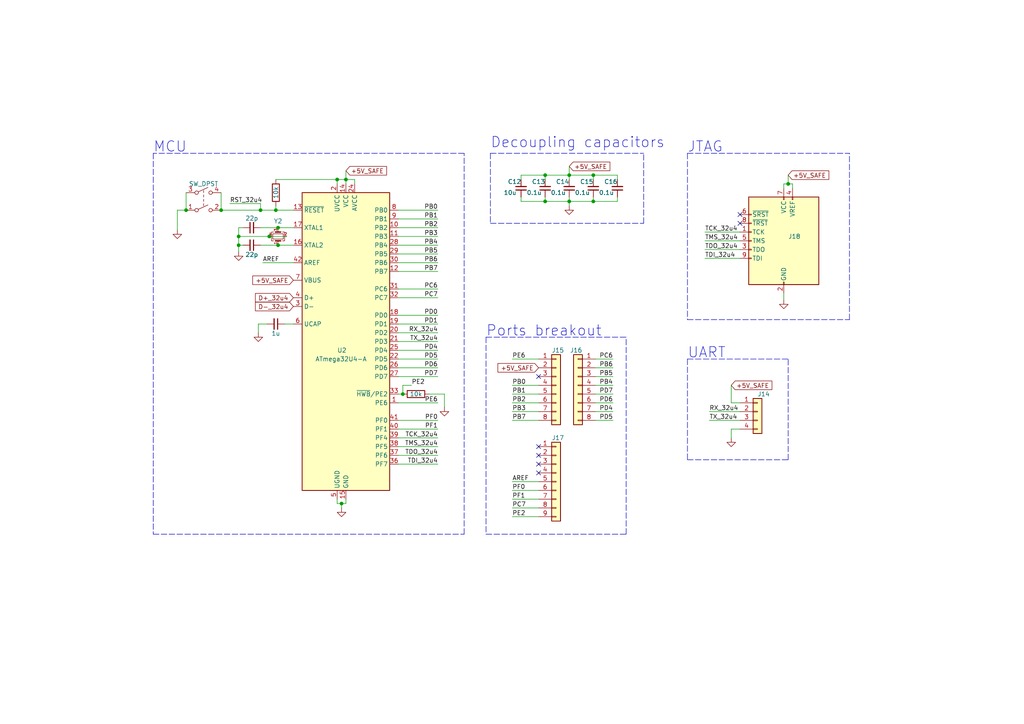
<source format=kicad_sch>
(kicad_sch (version 20211123) (generator eeschema)
  (paper "A4")
  (title_block (title "AVR breakout") (rev "0") (company "Stefano Nicolis"))
  (lib_symbols
    (symbol "Connector:AVR-JTAG-10" (pin_names (offset 1.016))
      (property "Reference" "J" (at -8.89 13.97 0))
      (property "Value" "AVR-JTAG-10" (at 1.27 13.97 0))
      (symbol "AVR-JTAG-10_0_1"
        (rectangle (start -2.667 12.7) (end -2.413 11.938))
        (rectangle (start -0.127 -11.938) (end 0.127 -12.7))
        (rectangle (start -0.127 12.7) (end 0.127 11.938))
        (rectangle (start 10.16 -4.953) (end 9.398 -5.207))
        (rectangle (start 10.16 -2.413) (end 9.398 -2.667))
        (rectangle (start 10.16 0.127) (end 9.398 -0.127))
        (rectangle (start 10.16 2.667) (end 9.398 2.413))
        (rectangle (start 10.16 5.207) (end 9.398 4.953))
        (rectangle (start 10.16 7.747) (end 9.398 7.493))
        (rectangle (start 10.16 12.7) (end -10.16 -12.7) (stroke (width 0.254)) (fill (type background)))
      )
      (symbol "AVR-JTAG-10_1_1"
        (pin passive line (at 12.7 2.54 180) (length 2.54) (name "TCK") (number "1"))
        (pin passive line (at 0 -15.24 90) (length 2.54) hide (name "GND") (number "10"))
        (pin passive line (at 0 -15.24 90) (length 2.54) (name "GND") (number "2"))
        (pin passive line (at 12.7 -2.54 180) (length 2.54) (name "TDO") (number "3"))
        (pin passive line (at -2.54 15.24 270) (length 2.54) (name "VREF") (number "4"))
        (pin passive line (at 12.7 0 180) (length 2.54) (name "TMS") (number "5"))
        (pin passive line (at 12.7 7.62 180) (length 2.54) (name "~{SRST}") (number "6"))
        (pin passive line (at 0 15.24 270) (length 2.54) (name "VCC") (number "7"))
        (pin passive line (at 12.7 5.08 180) (length 2.54) (name "~{TRST}") (number "8"))
        (pin passive line (at 12.7 -5.08 180) (length 2.54) (name "TDI") (number "9"))
      )
    )
    (symbol "Connector_Generic:Conn_01x04" (pin_names (offset 1.016) hide)
      (property "Reference" "J" (at 0 5.08 0))
      (property "Value" "Conn_01x04" (at 0 -7.62 0))
      (symbol "Conn_01x04_1_1"
        (rectangle (start -1.27 -4.953) (end 0 -5.207) (stroke (width 0.1524)))
        (rectangle (start -1.27 -2.413) (end 0 -2.667) (stroke (width 0.1524)))
        (rectangle (start -1.27 0.127) (end 0 -0.127) (stroke (width 0.1524)))
        (rectangle (start -1.27 2.667) (end 0 2.413) (stroke (width 0.1524)))
        (rectangle (start -1.27 3.81) (end 1.27 -6.35) (stroke (width 0.254)) (fill (type background)))
        (pin passive line (at -5.08 2.54 0) (length 3.81) (name "Pin_1") (number "1"))
        (pin passive line (at -5.08 0 0) (length 3.81) (name "Pin_2") (number "2"))
        (pin passive line (at -5.08 -2.54 0) (length 3.81) (name "Pin_3") (number "3"))
        (pin passive line (at -5.08 -5.08 0) (length 3.81) (name "Pin_4") (number "4"))
      )
    )
    (symbol "Connector_Generic:Conn_01x08" (pin_names (offset 1.016) hide)
      (property "Reference" "J" (at 0 10.16 0))
      (property "Value" "Conn_01x08" (at 0 -12.7 0))
      (symbol "Conn_01x08_1_1"
        (rectangle (start -1.27 -10.033) (end 0 -10.287) (stroke (width 0.1524)))
        (rectangle (start -1.27 -7.493) (end 0 -7.747) (stroke (width 0.1524)))
        (rectangle (start -1.27 -4.953) (end 0 -5.207) (stroke (width 0.1524)))
        (rectangle (start -1.27 -2.413) (end 0 -2.667) (stroke (width 0.1524)))
        (rectangle (start -1.27 0.127) (end 0 -0.127) (stroke (width 0.1524)))
        (rectangle (start -1.27 2.667) (end 0 2.413) (stroke (width 0.1524)))
        (rectangle (start -1.27 5.207) (end 0 4.953) (stroke (width 0.1524)))
        (rectangle (start -1.27 7.747) (end 0 7.493) (stroke (width 0.1524)))
        (rectangle (start -1.27 8.89) (end 1.27 -11.43) (stroke (width 0.254)) (fill (type background)))
        (pin passive line (at -5.08 7.62 0) (length 3.81) (name "Pin_1") (number "1"))
        (pin passive line (at -5.08 5.08 0) (length 3.81) (name "Pin_2") (number "2"))
        (pin passive line (at -5.08 2.54 0) (length 3.81) (name "Pin_3") (number "3"))
        (pin passive line (at -5.08 0 0) (length 3.81) (name "Pin_4") (number "4"))
        (pin passive line (at -5.08 -2.54 0) (length 3.81) (name "Pin_5") (number "5"))
        (pin passive line (at -5.08 -5.08 0) (length 3.81) (name "Pin_6") (number "6"))
        (pin passive line (at -5.08 -7.62 0) (length 3.81) (name "Pin_7") (number "7"))
        (pin passive line (at -5.08 -10.16 0) (length 3.81) (name "Pin_8") (number "8"))
      )
    )
    (symbol "Connector_Generic:Conn_01x09" (pin_names (offset 1.016) hide)
      (property "Reference" "J" (at 0 12.7 0))
      (property "Value" "Conn_01x09" (at 0 -12.7 0))
      (symbol "Conn_01x09_1_1"
        (rectangle (start -1.27 -10.033) (end 0 -10.287) (stroke (width 0.1524)))
        (rectangle (start -1.27 -7.493) (end 0 -7.747) (stroke (width 0.1524)))
        (rectangle (start -1.27 -4.953) (end 0 -5.207) (stroke (width 0.1524)))
        (rectangle (start -1.27 -2.413) (end 0 -2.667) (stroke (width 0.1524)))
        (rectangle (start -1.27 0.127) (end 0 -0.127) (stroke (width 0.1524)))
        (rectangle (start -1.27 2.667) (end 0 2.413) (stroke (width 0.1524)))
        (rectangle (start -1.27 5.207) (end 0 4.953) (stroke (width 0.1524)))
        (rectangle (start -1.27 7.747) (end 0 7.493) (stroke (width 0.1524)))
        (rectangle (start -1.27 10.287) (end 0 10.033) (stroke (width 0.1524)))
        (rectangle (start -1.27 11.43) (end 1.27 -11.43) (stroke (width 0.254)) (fill (type background)))
        (pin passive line (at -5.08 10.16 0) (length 3.81) (name "Pin_1") (number "1"))
        (pin passive line (at -5.08 7.62 0) (length 3.81) (name "Pin_2") (number "2"))
        (pin passive line (at -5.08 5.08 0) (length 3.81) (name "Pin_3") (number "3"))
        (pin passive line (at -5.08 2.54 0) (length 3.81) (name "Pin_4") (number "4"))
        (pin passive line (at -5.08 0 0) (length 3.81) (name "Pin_5") (number "5"))
        (pin passive line (at -5.08 -2.54 0) (length 3.81) (name "Pin_6") (number "6"))
        (pin passive line (at -5.08 -5.08 0) (length 3.81) (name "Pin_7") (number "7"))
        (pin passive line (at -5.08 -7.62 0) (length 3.81) (name "Pin_8") (number "8"))
        (pin passive line (at -5.08 -10.16 0) (length 3.81) (name "Pin_9") (number "9"))
      )
    )
    (symbol "Device:C_Small" (pin_numbers hide) (pin_names (offset 0.254) hide)
      (property "Reference" "C" (at 0.254 1.778 0))
      (property "Value" "C_Small" (at 0.254 -2.032 0))
      (symbol "C_Small_0_1"
        (polyline (pts (xy -1.524 -0.508) (xy 1.524 -0.508)) (stroke (width 0.3302)))
        (polyline (pts (xy -1.524 0.508) (xy 1.524 0.508)) (stroke (width 0.3048)))
      )
      (symbol "C_Small_1_1"
        (pin passive line (at 0 2.54 270) (length 2.032) (name "~") (number "1"))
        (pin passive line (at 0 -2.54 90) (length 2.032) (name "~") (number "2"))
      )
    )
    (symbol "Device:Crystal_GND24_Small" (pin_names (offset 1.016) hide)
      (property "Reference" "Y" (at 1.27 4.445 0))
      (property "Value" "Crystal_GND24_Small" (at 1.27 2.54 0))
      (symbol "Crystal_GND24_Small_0_1"
        (rectangle (start -0.762 -1.524) (end 0.762 1.524))
        (polyline (pts (xy -1.27 -0.762) (xy -1.27 0.762)) (stroke (width 0.381)))
        (polyline (pts (xy 1.27 -0.762) (xy 1.27 0.762)) (stroke (width 0.381)))
        (polyline (pts (xy -1.27 -1.27) (xy -1.27 -1.905) (xy 1.27 -1.905) (xy 1.27 -1.27)))
        (polyline (pts (xy -1.27 1.27) (xy -1.27 1.905) (xy 1.27 1.905) (xy 1.27 1.27)))
      )
      (symbol "Crystal_GND24_Small_1_1"
        (pin passive line (at -2.54 0 0) (length 1.27) (name "1") (number "1"))
        (pin passive line (at 0 -2.54 90) (length 0.635) (name "2") (number "2"))
        (pin passive line (at 2.54 0 180) (length 1.27) (name "3") (number "3"))
        (pin passive line (at 0 2.54 270) (length 0.635) (name "4") (number "4"))
      )
    )
    (symbol "Device:R" (pin_numbers hide) (pin_names (offset 0))
      (property "Reference" "R" (at 2.032 0 90))
      (property "Value" "R" (at 0 0 90))
      (symbol "R_0_1"
        (rectangle (start -1.016 -2.54) (end 1.016 2.54) (stroke (width 0.254)))
      )
      (symbol "R_1_1"
        (pin passive line (at 0 3.81 270) (length 1.27) (name "~") (number "1"))
        (pin passive line (at 0 -3.81 90) (length 1.27) (name "~") (number "2"))
      )
    )
    (symbol "MCU_Microchip_ATmega:ATmega32U4-A"
      (property "Reference" "U" (at -12.7 44.45 0))
      (property "Value" "ATmega32U4-A" (at 2.54 -44.45 0))
      (symbol "ATmega32U4-A_0_1"
        (rectangle (start -12.7 -43.18) (end 12.7 43.18) (stroke (width 0.254)) (fill (type background)))
      )
      (symbol "ATmega32U4-A_1_1"
        (pin bidirectional line (at 15.24 -17.78 180) (length 2.54) (name "PE6") (number "1"))
        (pin bidirectional line (at 15.24 33.02 180) (length 2.54) (name "PB2") (number "10"))
        (pin bidirectional line (at 15.24 30.48 180) (length 2.54) (name "PB3") (number "11"))
        (pin bidirectional line (at 15.24 20.32 180) (length 2.54) (name "PB7") (number "12"))
        (pin input line (at -15.24 38.1 0) (length 2.54) (name "~{RESET}") (number "13"))
        (pin power_in line (at 0 45.72 270) (length 2.54) (name "VCC") (number "14"))
        (pin power_in line (at 0 -45.72 90) (length 2.54) (name "GND") (number "15"))
        (pin output line (at -15.24 27.94 0) (length 2.54) (name "XTAL2") (number "16"))
        (pin input line (at -15.24 33.02 0) (length 2.54) (name "XTAL1") (number "17"))
        (pin bidirectional line (at 15.24 7.62 180) (length 2.54) (name "PD0") (number "18"))
        (pin bidirectional line (at 15.24 5.08 180) (length 2.54) (name "PD1") (number "19"))
        (pin power_in line (at -2.54 45.72 270) (length 2.54) (name "UVCC") (number "2"))
        (pin bidirectional line (at 15.24 2.54 180) (length 2.54) (name "PD2") (number "20"))
        (pin bidirectional line (at 15.24 0 180) (length 2.54) (name "PD3") (number "21"))
        (pin bidirectional line (at 15.24 -5.08 180) (length 2.54) (name "PD5") (number "22"))
        (pin passive line (at 0 -45.72 90) (length 2.54) hide (name "GND") (number "23"))
        (pin power_in line (at 2.54 45.72 270) (length 2.54) (name "AVCC") (number "24"))
        (pin bidirectional line (at 15.24 -2.54 180) (length 2.54) (name "PD4") (number "25"))
        (pin bidirectional line (at 15.24 -7.62 180) (length 2.54) (name "PD6") (number "26"))
        (pin bidirectional line (at 15.24 -10.16 180) (length 2.54) (name "PD7") (number "27"))
        (pin bidirectional line (at 15.24 27.94 180) (length 2.54) (name "PB4") (number "28"))
        (pin bidirectional line (at 15.24 25.4 180) (length 2.54) (name "PB5") (number "29"))
        (pin bidirectional line (at -15.24 10.16 0) (length 2.54) (name "D-") (number "3"))
        (pin bidirectional line (at 15.24 22.86 180) (length 2.54) (name "PB6") (number "30"))
        (pin bidirectional line (at 15.24 15.24 180) (length 2.54) (name "PC6") (number "31"))
        (pin bidirectional line (at 15.24 12.7 180) (length 2.54) (name "PC7") (number "32"))
        (pin bidirectional line (at 15.24 -15.24 180) (length 2.54) (name "~{HWB}/PE2") (number "33"))
        (pin passive line (at 0 45.72 270) (length 2.54) hide (name "VCC") (number "34"))
        (pin passive line (at 0 -45.72 90) (length 2.54) hide (name "GND") (number "35"))
        (pin bidirectional line (at 15.24 -35.56 180) (length 2.54) (name "PF7") (number "36"))
        (pin bidirectional line (at 15.24 -33.02 180) (length 2.54) (name "PF6") (number "37"))
        (pin bidirectional line (at 15.24 -30.48 180) (length 2.54) (name "PF5") (number "38"))
        (pin bidirectional line (at 15.24 -27.94 180) (length 2.54) (name "PF4") (number "39"))
        (pin bidirectional line (at -15.24 12.7 0) (length 2.54) (name "D+") (number "4"))
        (pin bidirectional line (at 15.24 -25.4 180) (length 2.54) (name "PF1") (number "40"))
        (pin bidirectional line (at 15.24 -22.86 180) (length 2.54) (name "PF0") (number "41"))
        (pin passive line (at -15.24 22.86 0) (length 2.54) (name "AREF") (number "42"))
        (pin passive line (at 0 -45.72 90) (length 2.54) hide (name "GND") (number "43"))
        (pin passive line (at 2.54 45.72 270) (length 2.54) hide (name "AVCC") (number "44"))
        (pin passive line (at -2.54 -45.72 90) (length 2.54) (name "UGND") (number "5"))
        (pin passive line (at -15.24 5.08 0) (length 2.54) (name "UCAP") (number "6"))
        (pin input line (at -15.24 17.78 0) (length 2.54) (name "VBUS") (number "7"))
        (pin bidirectional line (at 15.24 38.1 180) (length 2.54) (name "PB0") (number "8"))
        (pin bidirectional line (at 15.24 35.56 180) (length 2.54) (name "PB1") (number "9"))
      )
    )
    (symbol "Switch:SW_DPST" (pin_names (offset 0) hide)
      (property "Reference" "SW" (at 0 5.08 0))
      (property "Value" "SW_DPST" (at 0 -5.08 0))
      (symbol "SW_DPST_0_0"
        (circle (center -2.032 -2.54) (radius 0.508))
        (circle (center -2.032 2.54) (radius 0.508))
        (polyline (pts (xy -1.524 -2.286) (xy 1.27 -1.016)))
        (polyline (pts (xy -1.524 2.794) (xy 1.27 4.064)))
        (polyline (pts (xy 0 -1.27) (xy 0 -0.635)))
        (polyline (pts (xy 0 0) (xy 0 0.635)))
        (polyline (pts (xy 0 1.27) (xy 0 1.905)))
        (polyline (pts (xy 0 2.54) (xy 0 3.175)))
        (circle (center 2.032 -2.54) (radius 0.508))
        (circle (center 2.032 2.54) (radius 0.508))
      )
      (symbol "SW_DPST_1_1"
        (pin passive line (at -5.08 -2.54 0) (length 2.54) (name "1") (number "1"))
        (pin passive line (at 5.08 -2.54 180) (length 2.54) (name "2") (number "2"))
        (pin passive line (at -5.08 2.54 0) (length 2.54) (name "3") (number "3"))
        (pin passive line (at 5.08 2.54 180) (length 2.54) (name "4") (number "4"))
      )
    )
    (symbol "power:GND" (power) (pin_names (offset 0))
      (property "Value" "GND" (at 0 -3.81 0))
      (symbol "GND_0_1"
        (polyline (pts (xy 0 0) (xy 0 -1.27) (xy 1.27 -1.27) (xy 0 -2.54) (xy -1.27 -1.27) (xy 0 -1.27)))
      )
      (symbol "GND_1_1"
        (pin power_in line (at 0 0 270) (length 0) hide (name "GND") (number "1"))
      )
    )
  )
  (junction (at 69.215 71.12))
  (junction (at 158.115 58.42))
  (junction (at 80.645 71.12))
  (junction (at 75.565 60.96))
  (junction (at 80.645 66.04))
  (junction (at 69.215 68.58))
  (junction (at 100.33 52.07))
  (junction (at 172.085 58.42))
  (junction (at 64.135 60.96))
  (junction (at 116.84 114.3))
  (junction (at 53.975 60.96))
  (junction (at 80.01 60.96))
  (junction (at 97.79 52.07))
  (junction (at 165.1 58.42))
  (junction (at 99.06 146.05))
  (junction (at 158.115 50.8))
  (junction (at 78.105 68.58))
  (junction (at 165.1 50.8))
  (junction (at 228.6 53.34))
  (junction (at 172.085 50.8))
  (no_connect (at 156.21 109.22))
  (no_connect (at 156.21 129.54))
  (no_connect (at 156.21 137.16))
  (no_connect (at 156.21 134.62))
  (no_connect (at 156.21 132.08))
  (no_connect (at 214.63 62.23))
  (no_connect (at 214.63 64.77))
  (wire (pts (xy 102.87 52.07) (xy 102.87 53.34)))
  (polyline (pts (xy 142.24 44.45) (xy 142.24 64.77)))
  (wire (pts (xy 158.115 50.8) (xy 165.1 50.8)))
  (polyline (pts (xy 199.39 133.35) (xy 228.6 133.35)))
  (wire (pts (xy 75.565 60.96) (xy 75.565 59.055)))
  (wire (pts (xy 177.8 121.92) (xy 172.72 121.92)))
  (wire (pts (xy 165.1 58.42) (xy 165.1 57.15)))
  (wire (pts (xy 148.59 147.32) (xy 156.21 147.32)))
  (polyline (pts (xy 199.39 104.14) (xy 228.6 104.14)))
  (wire (pts (xy 128.905 114.3) (xy 128.905 118.11)))
  (wire (pts (xy 115.57 66.04) (xy 127 66.04)))
  (polyline (pts (xy 140.97 154.94) (xy 181.61 154.94)))
  (wire (pts (xy 115.57 109.22) (xy 127 109.22)))
  (polyline (pts (xy 199.39 92.71) (xy 246.38 92.71)))
  (polyline (pts (xy 199.39 44.45) (xy 199.39 92.71)))
  (wire (pts (xy 156.21 119.38) (xy 148.59 119.38)))
  (polyline (pts (xy 134.62 44.45) (xy 44.45 44.45)))
  (wire (pts (xy 156.21 104.14) (xy 148.59 104.14)))
  (wire (pts (xy 227.33 54.61) (xy 227.33 53.34)))
  (polyline (pts (xy 140.97 97.79) (xy 140.97 154.94)))
  (wire (pts (xy 151.13 58.42) (xy 151.13 57.15)))
  (wire (pts (xy 228.6 53.34) (xy 229.87 53.34)))
  (wire (pts (xy 99.06 146.05) (xy 100.33 146.05)))
  (wire (pts (xy 66.675 59.055) (xy 75.565 59.055)))
  (wire (pts (xy 115.57 121.92) (xy 127 121.92)))
  (wire (pts (xy 115.57 124.46) (xy 127 124.46)))
  (wire (pts (xy 115.57 114.3) (xy 116.84 114.3)))
  (wire (pts (xy 115.57 106.68) (xy 127 106.68)))
  (wire (pts (xy 127 68.58) (xy 115.57 68.58)))
  (wire (pts (xy 212.09 111.76) (xy 212.09 116.84)))
  (wire (pts (xy 69.215 68.58) (xy 78.105 68.58)))
  (wire (pts (xy 214.63 67.31) (xy 204.47 67.31)))
  (wire (pts (xy 204.47 74.93) (xy 214.63 74.93)))
  (wire (pts (xy 151.13 52.07) (xy 151.13 50.8)))
  (wire (pts (xy 115.57 99.06) (xy 127 99.06)))
  (wire (pts (xy 227.33 85.09) (xy 227.33 86.995)))
  (wire (pts (xy 97.79 53.34) (xy 97.79 52.07)))
  (wire (pts (xy 74.93 93.98) (xy 74.93 96.52)))
  (wire (pts (xy 214.63 116.84) (xy 212.09 116.84)))
  (polyline (pts (xy 44.45 44.45) (xy 44.45 154.94)))
  (wire (pts (xy 51.435 60.96) (xy 51.435 66.675)))
  (wire (pts (xy 64.135 60.96) (xy 75.565 60.96)))
  (wire (pts (xy 148.59 144.78) (xy 156.21 144.78)))
  (wire (pts (xy 156.21 111.76) (xy 148.59 111.76)))
  (wire (pts (xy 127 76.2) (xy 115.57 76.2)))
  (wire (pts (xy 124.46 114.3) (xy 128.905 114.3)))
  (wire (pts (xy 69.215 71.12) (xy 69.215 73.025)))
  (wire (pts (xy 148.59 142.24) (xy 156.21 142.24)))
  (wire (pts (xy 172.085 50.8) (xy 179.07 50.8)))
  (wire (pts (xy 177.8 114.3) (xy 172.72 114.3)))
  (polyline (pts (xy 181.61 154.94) (xy 181.61 97.79)))
  (wire (pts (xy 80.645 71.12) (xy 85.09 71.12)))
  (wire (pts (xy 227.33 53.34) (xy 228.6 53.34)))
  (wire (pts (xy 172.72 109.22) (xy 177.8 109.22)))
  (wire (pts (xy 172.085 58.42) (xy 172.085 57.15)))
  (wire (pts (xy 165.1 58.42) (xy 165.1 59.69)))
  (wire (pts (xy 69.215 66.04) (xy 69.215 68.58)))
  (wire (pts (xy 115.57 78.74) (xy 127 78.74)))
  (wire (pts (xy 205.74 119.38) (xy 214.63 119.38)))
  (wire (pts (xy 148.59 114.3) (xy 156.21 114.3)))
  (wire (pts (xy 148.59 116.84) (xy 156.21 116.84)))
  (wire (pts (xy 115.57 86.36) (xy 127 86.36)))
  (wire (pts (xy 151.13 50.8) (xy 158.115 50.8)))
  (wire (pts (xy 115.57 83.82) (xy 127 83.82)))
  (wire (pts (xy 80.645 66.04) (xy 85.09 66.04)))
  (wire (pts (xy 116.84 114.3) (xy 116.84 111.76)))
  (polyline (pts (xy 44.45 154.94) (xy 134.62 154.94)))
  (wire (pts (xy 100.33 49.53) (xy 100.33 52.07)))
  (wire (pts (xy 179.07 58.42) (xy 172.085 58.42)))
  (wire (pts (xy 172.72 106.68) (xy 177.8 106.68)))
  (wire (pts (xy 158.115 58.42) (xy 151.13 58.42)))
  (wire (pts (xy 75.565 71.12) (xy 80.645 71.12)))
  (wire (pts (xy 204.47 72.39) (xy 214.63 72.39)))
  (polyline (pts (xy 199.39 104.14) (xy 199.39 133.35)))
  (wire (pts (xy 115.57 116.84) (xy 127 116.84)))
  (wire (pts (xy 97.79 146.05) (xy 99.06 146.05)))
  (polyline (pts (xy 186.69 64.77) (xy 186.69 44.45)))
  (wire (pts (xy 177.8 116.84) (xy 172.72 116.84)))
  (wire (pts (xy 165.1 50.8) (xy 165.1 52.07)))
  (wire (pts (xy 214.63 69.85) (xy 204.47 69.85)))
  (wire (pts (xy 115.57 132.08) (xy 127 132.08)))
  (wire (pts (xy 115.57 60.96) (xy 127 60.96)))
  (wire (pts (xy 80.01 59.69) (xy 80.01 60.96)))
  (wire (pts (xy 212.09 124.46) (xy 212.09 127)))
  (wire (pts (xy 115.57 101.6) (xy 127 101.6)))
  (polyline (pts (xy 228.6 133.35) (xy 228.6 104.14)))
  (polyline (pts (xy 140.97 97.79) (xy 181.61 97.79)))
  (wire (pts (xy 80.01 60.96) (xy 85.09 60.96)))
  (wire (pts (xy 97.79 144.78) (xy 97.79 146.05)))
  (wire (pts (xy 205.74 121.92) (xy 214.63 121.92)))
  (wire (pts (xy 53.975 60.96) (xy 51.435 60.96)))
  (wire (pts (xy 115.57 127) (xy 127 127)))
  (wire (pts (xy 148.59 139.7) (xy 156.21 139.7)))
  (wire (pts (xy 76.2 76.2) (xy 85.09 76.2)))
  (wire (pts (xy 100.33 52.07) (xy 102.87 52.07)))
  (polyline (pts (xy 142.24 64.77) (xy 186.69 64.77)))
  (polyline (pts (xy 199.39 44.45) (xy 246.38 44.45)))
  (wire (pts (xy 77.47 93.98) (xy 74.93 93.98)))
  (wire (pts (xy 158.115 58.42) (xy 158.115 57.15)))
  (wire (pts (xy 115.57 96.52) (xy 127 96.52)))
  (wire (pts (xy 115.57 73.66) (xy 127 73.66)))
  (wire (pts (xy 229.87 53.34) (xy 229.87 54.61)))
  (wire (pts (xy 179.07 57.15) (xy 179.07 58.42)))
  (wire (pts (xy 115.57 129.54) (xy 127 129.54)))
  (wire (pts (xy 75.565 60.96) (xy 80.01 60.96)))
  (wire (pts (xy 214.63 124.46) (xy 212.09 124.46)))
  (wire (pts (xy 115.57 91.44) (xy 127 91.44)))
  (wire (pts (xy 115.57 71.12) (xy 127 71.12)))
  (wire (pts (xy 97.79 52.07) (xy 100.33 52.07)))
  (wire (pts (xy 100.33 52.07) (xy 100.33 53.34)))
  (wire (pts (xy 158.115 50.8) (xy 158.115 52.07)))
  (wire (pts (xy 75.565 66.04) (xy 80.645 66.04)))
  (wire (pts (xy 116.84 111.76) (xy 119.38 111.76)))
  (wire (pts (xy 172.72 104.14) (xy 177.8 104.14)))
  (wire (pts (xy 82.55 93.98) (xy 85.09 93.98)))
  (wire (pts (xy 115.57 104.14) (xy 127 104.14)))
  (polyline (pts (xy 246.38 92.71) (xy 246.38 44.45)))
  (wire (pts (xy 165.1 58.42) (xy 158.115 58.42)))
  (wire (pts (xy 228.6 50.8) (xy 228.6 53.34)))
  (wire (pts (xy 148.59 149.86) (xy 156.21 149.86)))
  (wire (pts (xy 115.57 63.5) (xy 127 63.5)))
  (wire (pts (xy 69.215 68.58) (xy 69.215 71.12)))
  (wire (pts (xy 100.33 144.78) (xy 100.33 146.05)))
  (wire (pts (xy 165.1 50.8) (xy 172.085 50.8)))
  (wire (pts (xy 64.135 55.88) (xy 64.135 60.96)))
  (polyline (pts (xy 134.62 154.94) (xy 134.62 44.45)))
  (wire (pts (xy 69.215 71.12) (xy 70.485 71.12)))
  (wire (pts (xy 99.06 146.05) (xy 99.06 147.32)))
  (wire (pts (xy 156.21 121.92) (xy 148.59 121.92)))
  (wire (pts (xy 177.8 119.38) (xy 172.72 119.38)))
  (wire (pts (xy 179.07 50.8) (xy 179.07 52.07)))
  (polyline (pts (xy 142.24 44.45) (xy 186.69 44.45)))
  (wire (pts (xy 53.975 55.88) (xy 53.975 60.96)))
  (wire (pts (xy 165.1 48.26) (xy 165.1 50.8)))
  (wire (pts (xy 80.01 52.07) (xy 97.79 52.07)))
  (wire (pts (xy 115.57 134.62) (xy 127 134.62)))
  (wire (pts (xy 115.57 93.98) (xy 127 93.98)))
  (wire (pts (xy 172.72 111.76) (xy 177.8 111.76)))
  (wire (pts (xy 78.105 68.58) (xy 83.185 68.58)))
  (wire (pts (xy 172.085 58.42) (xy 165.1 58.42)))
  (wire (pts (xy 172.085 50.8) (xy 172.085 52.07)))
  (wire (pts (xy 70.485 66.04) (xy 69.215 66.04)))
  (text "JTAG" (at 199.39 44.45 0) (effects (font (size 3 3)) (justify left bottom)))
  (text "Ports breakout" (at 140.97 97.79 0) (effects (font (size 3 3)) (justify left bottom)))
  (text "Decoupling capacitors" (at 142.24 43.18 0) (effects (font (size 3 3)) (justify left bottom)))
  (text "UART" (at 199.39 104.14 0) (effects (font (size 3 3)) (justify left bottom)))
  (text "MCU" (at 44.45 44.45 0) (effects (font (size 3 3)) (justify left bottom)))
  (label "PD1" (at 127 93.98 180))
  (label "RX_32u4" (at 127 96.52 180))
  (label "PB0" (at 148.59 111.76 0))
  (label "TCK_32u4" (at 127 127 180))
  (label "PB4" (at 127 71.12 180))
  (label "PB6" (at 127 76.2 180))
  (label "PB0" (at 127 60.96 180))
  (label "AREF" (at 76.2 76.2 0))
  (label "PD5" (at 127 104.14 180))
  (label "PF0" (at 148.59 142.24 0))
  (label "PB1" (at 127 63.5 180))
  (label "RX_32u4" (at 205.74 119.38 0))
  (label "PB6" (at 177.8 106.68 180))
  (label "TDO_32u4" (at 127 132.08 180))
  (label "PD4" (at 127 101.6 180))
  (label "PD6" (at 127 106.68 180))
  (label "TDI_32u4" (at 204.47 74.93 0))
  (label "PB5" (at 127 73.66 180))
  (label "PD7" (at 177.8 114.3 180))
  (label "PF1" (at 148.59 144.78 0))
  (label "PC7" (at 127 86.36 180))
  (label "PB7" (at 148.59 121.92 0))
  (label "TCK_32u4" (at 204.47 67.31 0))
  (label "PC7" (at 148.59 147.32 0))
  (label "TDI_32u4" (at 127 134.62 180))
  (label "PE2" (at 119.38 111.76 0))
  (label "PC6" (at 127 83.82 180))
  (label "PE2" (at 148.59 149.86 0))
  (label "PB2" (at 148.59 116.84 0))
  (label "PB7" (at 127 78.74 180))
  (label "PB1" (at 148.59 114.3 0))
  (label "PB4" (at 177.8 111.76 180))
  (label "PF1" (at 127 124.46 180))
  (label "PF0" (at 127 121.92 180))
  (label "PB2" (at 127 66.04 180))
  (label "PD4" (at 177.8 119.38 180))
  (label "TX_32u4" (at 127 99.06 180))
  (label "PD6" (at 177.8 116.84 180))
  (label "PB5" (at 177.8 109.22 180))
  (label "PD7" (at 127 109.22 180))
  (label "PE6" (at 148.59 104.14 0))
  (label "PB3" (at 127 68.58 180))
  (label "RST_32u4" (at 66.675 59.055 0))
  (label "TDO_32u4" (at 204.47 72.39 0))
  (label "TMS_32u4" (at 127 129.54 180))
  (label "PD5" (at 177.8 121.92 180))
  (label "PB3" (at 148.59 119.38 0))
  (label "TX_32u4" (at 205.74 121.92 0))
  (label "PC6" (at 177.8 104.14 180))
  (label "TMS_32u4" (at 204.47 69.85 0))
  (label "AREF" (at 148.59 139.7 0))
  (label "PD0" (at 127 91.44 180))
  (label "PE6" (at 127 116.84 180))
  (global_label "D+_32u4" (shape input) (at 85.09 86.36 180) (property "Intersheet References" "${INTERSHEET_REFS}" (effects hide)))
  (global_label "D-_32u4" (shape input) (at 85.09 88.9 180) (property "Intersheet References" "${INTERSHEET_REFS}" (effects hide)))
  (global_label "+5V_SAFE" (shape input) (at 156.21 106.68 180) (property "Intersheet References" "${INTERSHEET_REFS}" (effects hide)))
  (global_label "+5V_SAFE" (shape input) (at 165.1 48.26 0) (property "Intersheet References" "${INTERSHEET_REFS}" (effects hide)))
  (global_label "+5V_SAFE" (shape input) (at 100.33 49.53 0) (property "Intersheet References" "${INTERSHEET_REFS}" (effects hide)))
  (global_label "+5V_SAFE" (shape input) (at 228.6 50.8 0) (property "Intersheet References" "${INTERSHEET_REFS}" (effects hide)))
  (global_label "+5V_SAFE" (shape input) (at 85.09 81.28 180) (property "Intersheet References" "${INTERSHEET_REFS}" (effects hide)))
  (global_label "+5V_SAFE" (shape input) (at 212.09 111.76 0) (property "Intersheet References" "${INTERSHEET_REFS}" (effects hide)))
  (symbol (lib_id "Device:Crystal_GND24_Small") (at 80.645 68.58 90) (unit 1)
    (property "Reference" "Y2" (at 80.645 64.135 90))
    (property "Value" "Crystal_GND24_Small" (effects hide))
    (property "Footprint" "Crystal:Crystal_SMD_2016-4Pin_2.0x1.6mm" (effects hide))
  )
  (symbol (lib_id "Device:R") (at 120.65 114.3 270) (unit 1)
    (property "Reference" "R8" (effects hide))
    (property "Value" "10k" (at 120.65 114.3 90))
    (property "Footprint" "Resistor_SMD:R_0603_1608Metric" (effects hide))
  )
  (symbol (lib_id "Connector_Generic:Conn_01x08") (at 161.29 111.76 0) (unit 1)
    (property "Reference" "J15" (at 160.02 101.6 0) (effects (justify left)))
    (property "Value" "Conn_01x08" (effects hide))
    (property "Footprint" "Connector_PinHeader_2.54mm:PinHeader_1x08_P2.54mm_Vertical" (effects hide))
  )
  (symbol (lib_id "MCU_Microchip_ATmega:ATmega32U4-A") (at 100.33 99.06 0) (unit 1)
    (property "Reference" "U2" (at 97.79 101.6 0) (effects (justify left)))
    (property "Value" "ATmega32U4-A" (at 91.44 104.14 0) (effects (justify left)))
    (property "Footprint" "Package_QFP:TQFP-44_10x10mm_P0.8mm" (effects hide))
    (property "Datasheet" "http://ww1.microchip.com/downloads/en/DeviceDoc/Atmel-7766-8-bit-AVR-ATmega16U4-32U4_Datasheet.pdf" (effects hide))
  )
  (symbol (lib_id "Device:R") (at 80.01 55.88 180) (unit 1)
    (property "Reference" "R7" (effects hide))
    (property "Value" "10k" (at 80.01 55.88 90))
    (property "Footprint" "Resistor_SMD:R_0603_1608Metric" (effects hide))
  )
  (symbol (lib_id "Device:C_Small") (at 179.07 54.61 180) (unit 1)
    (property "Reference" "C16" (at 177.165 52.705 0))
    (property "Value" "0.1u" (at 175.895 55.88 0))
    (property "Footprint" "Capacitor_SMD:C_0603_1608Metric" (effects hide))
  )
  (symbol (lib_id "Connector:AVR-JTAG-10") (at 227.33 69.85 0) (mirror y) (unit 1)
    (property "Reference" "J18" (at 228.6 68.58 0) (effects (justify right)))
    (property "Datasheet" " ~" (effects hide))
  )
  (symbol (lib_id "power:GND") (at 99.06 147.32 0) (unit 1)
    (property "Reference" "#PWR018" (effects hide))
    (property "Value" "GND" (effects hide))
  )
  (symbol (lib_id "Switch:SW_DPST") (at 59.055 58.42 0) (unit 1)
    (property "Reference" "SW2" (effects hide))
    (property "Value" "SW_DPST" (at 59.055 53.3201 0))
    (property "Footprint" "PTS526:PTS526" (effects hide))
  )
  (symbol (lib_id "power:GND") (at 128.905 118.11 0) (unit 1)
    (property "Reference" "#PWR021" (effects hide))
    (property "Value" "GND" (effects hide))
  )
  (symbol (lib_id "power:GND") (at 165.1 59.69 0) (unit 1)
    (property "Reference" "#PWR019" (effects hide))
    (property "Value" "GND" (effects hide))
  )
  (symbol (lib_id "power:GND") (at 51.435 66.675 0) (unit 1)
    (property "Reference" "#PWR014" (effects hide))
    (property "Value" "GND" (effects hide))
  )
  (symbol (lib_id "Connector_Generic:Conn_01x09") (at 161.29 139.7 0) (unit 1)
    (property "Reference" "J17" (at 160.02 127 0) (effects (justify left)))
    (property "Value" "Conn_01x09" (effects hide))
    (property "Footprint" "Connector_PinHeader_2.54mm:PinHeader_1x09_P2.54mm_Vertical" (effects hide))
  )
  (symbol (lib_id "Device:C_Small") (at 151.13 54.61 180) (unit 1)
    (property "Reference" "C12" (at 149.225 52.705 0))
    (property "Value" "10u" (at 147.955 55.88 0))
    (property "Footprint" "Capacitor_SMD:C_0603_1608Metric" (effects hide))
  )
  (symbol (lib_id "Device:C_Small") (at 172.085 54.61 180) (unit 1)
    (property "Reference" "C15" (at 170.18 52.705 0))
    (property "Value" "0.1u" (at 168.91 55.88 0))
    (property "Footprint" "Capacitor_SMD:C_0603_1608Metric" (effects hide))
  )
  (symbol (lib_id "power:GND") (at 227.33 86.995 0) (unit 1)
    (property "Reference" "#PWR022" (effects hide))
    (property "Value" "GND" (effects hide))
  )
  (symbol (lib_id "Device:C_Small") (at 158.115 54.61 180) (unit 1)
    (property "Reference" "C13" (at 156.21 52.705 0))
    (property "Value" "0.1u" (at 154.94 55.88 0))
    (property "Footprint" "Capacitor_SMD:C_0603_1608Metric" (effects hide))
  )
  (symbol (lib_id "power:GND") (at 69.215 73.025 0) (unit 1)
    (property "Reference" "#PWR015" (effects hide))
    (property "Value" "GND" (effects hide))
  )
  (symbol (lib_id "Connector_Generic:Conn_01x08") (at 167.64 111.76 0) (mirror y) (unit 1)
    (property "Reference" "J16" (at 168.91 101.6 0) (effects (justify left)))
  )
  (symbol (lib_id "Device:C_Small") (at 80.01 93.98 270) (unit 1)
    (property "Reference" "C11" (effects hide))
    (property "Value" "1u" (at 80.0037 96.705 90))
    (property "Footprint" "Capacitor_SMD:C_0603_1608Metric" (effects hide))
  )
  (symbol (lib_id "Connector_Generic:Conn_01x04") (at 219.71 119.38 0) (unit 1)
    (property "Reference" "J14" (at 219.71 114.3 0) (effects (justify left)))
    (property "Value" "Conn_01x04" (effects hide))
    (property "Footprint" "Connector_PinHeader_2.54mm:PinHeader_1x04_P2.54mm_Vertical" (effects hide))
  )
  (symbol (lib_id "Device:C_Small") (at 165.1 54.61 180) (unit 1)
    (property "Reference" "C14" (at 163.195 52.705 0))
    (property "Value" "0.1u" (at 161.925 55.88 0))
    (property "Footprint" "Capacitor_SMD:C_0603_1608Metric" (effects hide))
  )
  (symbol (lib_id "power:GND") (at 74.93 96.52 0) (unit 1)
    (property "Reference" "#PWR016" (effects hide))
    (property "Value" "GND" (effects hide))
  )
  (symbol (lib_id "Device:C_Small") (at 73.025 71.12 270) (unit 1)
    (property "Reference" "C10" (effects hide))
    (property "Value" "22p" (at 73.0187 73.845 90))
    (property "Footprint" "Capacitor_SMD:C_0603_1608Metric" (effects hide))
  )
  (symbol (lib_id "power:GND") (at 212.09 127 0) (unit 1)
    (property "Reference" "#PWR020" (effects hide))
    (property "Value" "GND" (effects hide))
  )
  (symbol (lib_id "Device:C_Small") (at 73.025 66.04 90) (unit 1)
    (property "Reference" "C9" (effects hide))
    (property "Value" "22p" (at 73.0313 63.315 90))
    (property "Footprint" "Capacitor_SMD:C_0603_1608Metric" (effects hide))
  )
)
</source>
